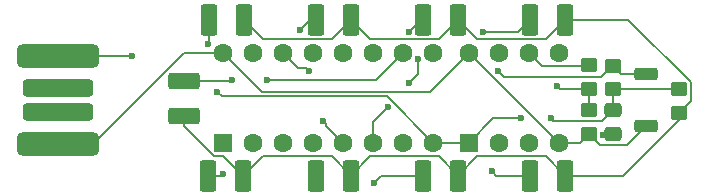
<source format=gbr>
%TF.GenerationSoftware,KiCad,Pcbnew,9.0.6*%
%TF.CreationDate,2025-11-06T17:37:23+11:00*%
%TF.ProjectId,catch-the-led,63617463-682d-4746-9865-2d6c65642e6b,rev?*%
%TF.SameCoordinates,Original*%
%TF.FileFunction,Copper,L1,Top*%
%TF.FilePolarity,Positive*%
%FSLAX46Y46*%
G04 Gerber Fmt 4.6, Leading zero omitted, Abs format (unit mm)*
G04 Created by KiCad (PCBNEW 9.0.6) date 2025-11-06 17:37:23*
%MOMM*%
%LPD*%
G01*
G04 APERTURE LIST*
G04 Aperture macros list*
%AMRoundRect*
0 Rectangle with rounded corners*
0 $1 Rounding radius*
0 $2 $3 $4 $5 $6 $7 $8 $9 X,Y pos of 4 corners*
0 Add a 4 corners polygon primitive as box body*
4,1,4,$2,$3,$4,$5,$6,$7,$8,$9,$2,$3,0*
0 Add four circle primitives for the rounded corners*
1,1,$1+$1,$2,$3*
1,1,$1+$1,$4,$5*
1,1,$1+$1,$6,$7*
1,1,$1+$1,$8,$9*
0 Add four rect primitives between the rounded corners*
20,1,$1+$1,$2,$3,$4,$5,0*
20,1,$1+$1,$4,$5,$6,$7,0*
20,1,$1+$1,$6,$7,$8,$9,0*
20,1,$1+$1,$8,$9,$2,$3,0*%
G04 Aperture macros list end*
%TA.AperFunction,SMDPad,CuDef*%
%ADD10RoundRect,0.250001X0.462499X1.074999X-0.462499X1.074999X-0.462499X-1.074999X0.462499X-1.074999X0*%
%TD*%
%TA.AperFunction,SMDPad,CuDef*%
%ADD11RoundRect,0.250001X1.074999X-0.462499X1.074999X0.462499X-1.074999X0.462499X-1.074999X-0.462499X0*%
%TD*%
%TA.AperFunction,SMDPad,CuDef*%
%ADD12RoundRect,0.250000X0.750000X-0.275000X0.750000X0.275000X-0.750000X0.275000X-0.750000X-0.275000X0*%
%TD*%
%TA.AperFunction,ComponentPad*%
%ADD13RoundRect,0.250000X0.550000X-0.550000X0.550000X0.550000X-0.550000X0.550000X-0.550000X-0.550000X0*%
%TD*%
%TA.AperFunction,ComponentPad*%
%ADD14C,1.600000*%
%TD*%
%TA.AperFunction,SMDPad,CuDef*%
%ADD15RoundRect,0.250000X0.450000X-0.350000X0.450000X0.350000X-0.450000X0.350000X-0.450000X-0.350000X0*%
%TD*%
%TA.AperFunction,SMDPad,CuDef*%
%ADD16RoundRect,0.250000X-0.450000X0.350000X-0.450000X-0.350000X0.450000X-0.350000X0.450000X0.350000X0*%
%TD*%
%TA.AperFunction,SMDPad,CuDef*%
%ADD17RoundRect,0.250000X0.475000X-0.337500X0.475000X0.337500X-0.475000X0.337500X-0.475000X-0.337500X0*%
%TD*%
%TA.AperFunction,SMDPad,CuDef*%
%ADD18RoundRect,0.500000X-3.000000X-0.500000X3.000000X-0.500000X3.000000X0.500000X-3.000000X0.500000X0*%
%TD*%
%TA.AperFunction,SMDPad,CuDef*%
%ADD19RoundRect,0.375000X-2.625000X-0.375000X2.625000X-0.375000X2.625000X0.375000X-2.625000X0.375000X0*%
%TD*%
%TA.AperFunction,ViaPad*%
%ADD20C,0.600000*%
%TD*%
%TA.AperFunction,Conductor*%
%ADD21C,0.200000*%
%TD*%
G04 APERTURE END LIST*
D10*
%TO.P,D1,1,K*%
%TO.N,Net-(D1-K)*%
X162348500Y-106078500D03*
%TO.P,D1,2,A*%
%TO.N,Net-(D1-A)*%
X159373500Y-106078500D03*
%TD*%
%TO.P,D3,1,K*%
%TO.N,Net-(D1-K)*%
X144220500Y-106078500D03*
%TO.P,D3,2,A*%
%TO.N,Net-(D3-A)*%
X141245500Y-106078500D03*
%TD*%
D11*
%TO.P,D5,1,K*%
%TO.N,Net-(D1-K)*%
X130090500Y-100998500D03*
%TO.P,D5,2,A*%
%TO.N,Net-(D5-A)*%
X130090500Y-98023500D03*
%TD*%
D12*
%TO.P,SW1,1,1*%
%TO.N,Net-(U1-R)*%
X169206500Y-101892500D03*
%TO.P,SW1,2,2*%
%TO.N,Net-(U2-CKEN)*%
X169206500Y-97442500D03*
%TD*%
D10*
%TO.P,D9,1,K*%
%TO.N,Net-(D1-K)*%
X162348500Y-92870500D03*
%TO.P,D9,2,A*%
%TO.N,Net-(D9-A)*%
X159373500Y-92870500D03*
%TD*%
D13*
%TO.P,U2,1,Q5*%
%TO.N,Net-(D6-A)*%
X133392500Y-103279500D03*
D14*
%TO.P,U2,2,Q1*%
%TO.N,Net-(D2-A)*%
X135932500Y-103279500D03*
%TO.P,U2,3,Q0*%
%TO.N,Net-(D1-A)*%
X138472500Y-103279500D03*
%TO.P,U2,4,Q2*%
%TO.N,Net-(D3-A)*%
X141012500Y-103279500D03*
%TO.P,U2,5,Q6*%
%TO.N,Net-(D7-A)*%
X143552500Y-103279500D03*
%TO.P,U2,6,Q7*%
%TO.N,Net-(D8-A)*%
X146092500Y-103279500D03*
%TO.P,U2,7,Q3*%
%TO.N,Net-(D4-A)*%
X148632500Y-103279500D03*
%TO.P,U2,8,VSS*%
%TO.N,Net-(U1-GND)*%
X151172500Y-103279500D03*
%TO.P,U2,9,Q8*%
%TO.N,Net-(D9-A)*%
X151172500Y-95659500D03*
%TO.P,U2,10,Q4*%
%TO.N,Net-(D5-A)*%
X148632500Y-95659500D03*
%TO.P,U2,11,Q9*%
%TO.N,Net-(U2-Q9)*%
X146092500Y-95659500D03*
%TO.P,U2,12,Cout*%
%TO.N,unconnected-(U2-Cout-Pad12)*%
X143552500Y-95659500D03*
%TO.P,U2,13,CKEN*%
%TO.N,Net-(U2-CKEN)*%
X141012500Y-95659500D03*
%TO.P,U2,14,CLK*%
%TO.N,Net-(U1-Q)*%
X138472500Y-95659500D03*
%TO.P,U2,15,Reset*%
%TO.N,Net-(U2-Q9)*%
X135932500Y-95659500D03*
%TO.P,U2,16,VDD*%
%TO.N,Net-(U1-R)*%
X133392500Y-95659500D03*
%TD*%
D15*
%TO.P,R2,1*%
%TO.N,Net-(U1-DIS)*%
X164380500Y-98712500D03*
%TO.P,R2,2*%
%TO.N,Net-(U1-THR)*%
X164380500Y-96712500D03*
%TD*%
D10*
%TO.P,D4,1,K*%
%TO.N,Net-(D1-K)*%
X135134000Y-106078500D03*
%TO.P,D4,2,A*%
%TO.N,Net-(D4-A)*%
X132159000Y-106078500D03*
%TD*%
D16*
%TO.P,R3,1*%
%TO.N,Net-(U2-CKEN)*%
X166412500Y-96755500D03*
%TO.P,R3,2*%
%TO.N,Net-(U1-GND)*%
X166412500Y-98755500D03*
%TD*%
D10*
%TO.P,D6,1,K*%
%TO.N,Net-(D1-K)*%
X135170500Y-92870500D03*
%TO.P,D6,2,A*%
%TO.N,Net-(D6-A)*%
X132195500Y-92870500D03*
%TD*%
D15*
%TO.P,R1,1*%
%TO.N,Net-(U1-R)*%
X164380500Y-102522500D03*
%TO.P,R1,2*%
%TO.N,Net-(U1-DIS)*%
X164380500Y-100522500D03*
%TD*%
D10*
%TO.P,D8,1,K*%
%TO.N,Net-(D1-K)*%
X153289167Y-92870500D03*
%TO.P,D8,2,A*%
%TO.N,Net-(D8-A)*%
X150314167Y-92870500D03*
%TD*%
D13*
%TO.P,U1,1,GND*%
%TO.N,Net-(U1-GND)*%
X154220500Y-103279500D03*
D14*
%TO.P,U1,2,TR*%
%TO.N,Net-(U1-THR)*%
X156760500Y-103279500D03*
%TO.P,U1,3,Q*%
%TO.N,Net-(U1-Q)*%
X159300500Y-103279500D03*
%TO.P,U1,4,R*%
%TO.N,Net-(U1-R)*%
X161840500Y-103279500D03*
%TO.P,U1,5,CV*%
%TO.N,unconnected-(U1-CV-Pad5)*%
X161840500Y-95659500D03*
%TO.P,U1,6,THR*%
%TO.N,Net-(U1-THR)*%
X159300500Y-95659500D03*
%TO.P,U1,7,DIS*%
%TO.N,Net-(U1-DIS)*%
X156760500Y-95659500D03*
%TO.P,U1,8,VCC*%
%TO.N,Net-(U1-R)*%
X154220500Y-95659500D03*
%TD*%
D10*
%TO.P,D2,1,K*%
%TO.N,Net-(D1-K)*%
X153307000Y-106078500D03*
%TO.P,D2,2,A*%
%TO.N,Net-(D2-A)*%
X150332000Y-106078500D03*
%TD*%
D17*
%TO.P,C1,1*%
%TO.N,Net-(U1-THR)*%
X166412500Y-102565500D03*
%TO.P,C1,2*%
%TO.N,Net-(U1-GND)*%
X166412500Y-100490500D03*
%TD*%
D15*
%TO.P,R4,1*%
%TO.N,Net-(D1-K)*%
X172000500Y-100744500D03*
%TO.P,R4,2*%
%TO.N,Net-(U1-GND)*%
X172000500Y-98744500D03*
%TD*%
D10*
%TO.P,D7,1,K*%
%TO.N,Net-(D1-K)*%
X144229833Y-92870500D03*
%TO.P,D7,2,A*%
%TO.N,Net-(D7-A)*%
X141254833Y-92870500D03*
%TD*%
D18*
%TO.P,U3,1,VCC*%
%TO.N,Net-(U1-R)*%
X119454000Y-103426500D03*
D19*
%TO.P,U3,2,D+*%
%TO.N,unconnected-(U3-D+-Pad2)*%
X119454000Y-100676500D03*
%TO.P,U3,3,D-*%
%TO.N,unconnected-(U3-D--Pad3)*%
X119454000Y-98676500D03*
D18*
%TO.P,U3,4,GND*%
%TO.N,Net-(U1-GND)*%
X119454000Y-95926500D03*
%TD*%
D20*
%TO.N,Net-(U1-GND)*%
X161160500Y-101220500D03*
X125660500Y-95970500D03*
X158660500Y-101220500D03*
X132910500Y-98970500D03*
%TO.N,Net-(U1-THR)*%
X165580500Y-102633403D03*
%TO.N,Net-(D1-A)*%
X156160500Y-105720500D03*
%TO.N,Net-(D2-A)*%
X146160500Y-106720500D03*
%TO.N,Net-(D3-A)*%
X141160500Y-105052500D03*
%TO.N,Net-(D4-A)*%
X133410500Y-105970500D03*
%TO.N,Net-(D5-A)*%
X134160500Y-97970500D03*
X137160500Y-97970500D03*
%TO.N,Net-(D6-A)*%
X132160500Y-94970500D03*
%TO.N,Net-(D7-A)*%
X141910500Y-101470500D03*
X139910500Y-93720500D03*
%TO.N,Net-(D8-A)*%
X147337735Y-100293265D03*
X149160500Y-93896500D03*
X149160500Y-98220500D03*
X149910500Y-96220500D03*
%TO.N,Net-(D9-A)*%
X155410500Y-93896500D03*
%TO.N,Net-(U1-DIS)*%
X161660500Y-98470500D03*
%TO.N,Net-(U2-CKEN)*%
X156660500Y-97220500D03*
%TO.N,Net-(U1-Q)*%
X140660500Y-97220500D03*
%TD*%
D21*
%TO.N,Net-(U1-GND)*%
X119454000Y-95926500D02*
X125616500Y-95926500D01*
X133311500Y-99371500D02*
X147264500Y-99371500D01*
X171989500Y-98755500D02*
X172000500Y-98744500D01*
X151172500Y-103279500D02*
X154220500Y-103279500D01*
X156279500Y-101220500D02*
X158660500Y-101220500D01*
X166412500Y-100490500D02*
X166412500Y-98755500D01*
X166412500Y-98755500D02*
X171989500Y-98755500D01*
X154220500Y-103279500D02*
X156279500Y-101220500D01*
X125616500Y-95926500D02*
X125660500Y-95970500D01*
X161363500Y-101423500D02*
X165479500Y-101423500D01*
X165479500Y-101423500D02*
X166412500Y-100490500D01*
X132910500Y-98970500D02*
X133311500Y-99371500D01*
X147264500Y-99371500D02*
X151172500Y-103279500D01*
X161160500Y-101220500D02*
X161363500Y-101423500D01*
%TO.N,Net-(U1-THR)*%
X165648403Y-102565500D02*
X165580500Y-102633403D01*
X159300500Y-95659500D02*
X160401500Y-96760500D01*
X166412500Y-102565500D02*
X165648403Y-102565500D01*
X164332500Y-96760500D02*
X164380500Y-96712500D01*
X160401500Y-96760500D02*
X164332500Y-96760500D01*
%TO.N,Net-(D1-K)*%
X162348500Y-106078500D02*
X160722500Y-104452500D01*
X136760000Y-104452500D02*
X135134000Y-106078500D01*
X154915167Y-94496500D02*
X153289167Y-92870500D01*
X151663167Y-94496500D02*
X145855833Y-94496500D01*
X133436000Y-104380500D02*
X132607340Y-104380500D01*
X136796500Y-94496500D02*
X135170500Y-92870500D01*
X142603833Y-94496500D02*
X136796500Y-94496500D01*
X173001500Y-98159340D02*
X167712660Y-92870500D01*
X144229833Y-92870500D02*
X142603833Y-94496500D01*
X167266500Y-106078500D02*
X162348500Y-106078500D01*
X172000500Y-101344500D02*
X167266500Y-106078500D01*
X135134000Y-106078500D02*
X133436000Y-104380500D01*
X132607340Y-104380500D02*
X130090500Y-101863660D01*
X160722500Y-94496500D02*
X154915167Y-94496500D01*
X153307000Y-106078500D02*
X151681000Y-104452500D01*
X173001500Y-99743500D02*
X173001500Y-98159340D01*
X145846500Y-104452500D02*
X144220500Y-106078500D01*
X172000500Y-100744500D02*
X172000500Y-101344500D01*
X172000500Y-100744500D02*
X173001500Y-99743500D01*
X145855833Y-94496500D02*
X144229833Y-92870500D01*
X144220500Y-106078500D02*
X142594500Y-104452500D01*
X167712660Y-92870500D02*
X162348500Y-92870500D01*
X160722500Y-104452500D02*
X154933000Y-104452500D01*
X142594500Y-104452500D02*
X136760000Y-104452500D01*
X154933000Y-104452500D02*
X153307000Y-106078500D01*
X153289167Y-92870500D02*
X151663167Y-94496500D01*
X151681000Y-104452500D02*
X145846500Y-104452500D01*
X130090500Y-101863660D02*
X130090500Y-100998500D01*
X162348500Y-92870500D02*
X160722500Y-94496500D01*
%TO.N,Net-(D1-A)*%
X159373500Y-106078500D02*
X156518500Y-106078500D01*
X156518500Y-106078500D02*
X156160500Y-105720500D01*
%TO.N,Net-(D2-A)*%
X150332000Y-106078500D02*
X146802500Y-106078500D01*
X146802500Y-106078500D02*
X146160500Y-106720500D01*
%TO.N,Net-(D3-A)*%
X141245500Y-106078500D02*
X141245500Y-105137500D01*
X141245500Y-105137500D02*
X141160500Y-105052500D01*
%TO.N,Net-(D4-A)*%
X133302500Y-106078500D02*
X133410500Y-105970500D01*
X132159000Y-106078500D02*
X133302500Y-106078500D01*
%TO.N,Net-(D5-A)*%
X130090500Y-98023500D02*
X134107500Y-98023500D01*
X137160500Y-97970500D02*
X146321500Y-97970500D01*
X146321500Y-97970500D02*
X148632500Y-95659500D01*
X134107500Y-98023500D02*
X134160500Y-97970500D01*
%TO.N,Net-(D6-A)*%
X132195500Y-92870500D02*
X132195500Y-94935500D01*
X132195500Y-94935500D02*
X132160500Y-94970500D01*
%TO.N,Net-(D7-A)*%
X141910500Y-101470500D02*
X142160500Y-101720500D01*
X141254833Y-92870500D02*
X140760500Y-92870500D01*
X140760500Y-92870500D02*
X139910500Y-93720500D01*
X142160500Y-101720500D02*
X142160500Y-101887500D01*
X142160500Y-101887500D02*
X143552500Y-103279500D01*
%TO.N,Net-(D8-A)*%
X149910500Y-96220500D02*
X149910500Y-97470500D01*
X150186500Y-92870500D02*
X149160500Y-93896500D01*
X147337735Y-100293265D02*
X146092500Y-101538500D01*
X149910500Y-97470500D02*
X149160500Y-98220500D01*
X146092500Y-101538500D02*
X146092500Y-103279500D01*
X150314167Y-92870500D02*
X150186500Y-92870500D01*
%TO.N,Net-(D9-A)*%
X159373500Y-92870500D02*
X158347500Y-93896500D01*
X158347500Y-93896500D02*
X155410500Y-93896500D01*
%TO.N,Net-(U1-R)*%
X165312000Y-103454000D02*
X167645000Y-103454000D01*
X119454000Y-103426500D02*
X122363840Y-103426500D01*
X161840500Y-103279500D02*
X163623500Y-103279500D01*
X150909500Y-98970500D02*
X154220500Y-95659500D01*
X164380500Y-102522500D02*
X165312000Y-103454000D01*
X136703500Y-98970500D02*
X150909500Y-98970500D01*
X163623500Y-103279500D02*
X164380500Y-102522500D01*
X122363840Y-103426500D02*
X130130840Y-95659500D01*
X154220500Y-95659500D02*
X161840500Y-103279500D01*
X167645000Y-103454000D02*
X169206500Y-101892500D01*
X133392500Y-95659500D02*
X136703500Y-98970500D01*
X130130840Y-95659500D02*
X133392500Y-95659500D01*
%TO.N,Net-(U1-DIS)*%
X164380500Y-98712500D02*
X161902500Y-98712500D01*
X164380500Y-100522500D02*
X164380500Y-98712500D01*
X161902500Y-98712500D02*
X161660500Y-98470500D01*
%TO.N,Net-(U2-CKEN)*%
X166412500Y-96755500D02*
X165447500Y-97720500D01*
X165447500Y-97720500D02*
X157160500Y-97720500D01*
X167099500Y-97442500D02*
X166412500Y-96755500D01*
X157160500Y-97720500D02*
X156660500Y-97220500D01*
X169206500Y-97442500D02*
X167099500Y-97442500D01*
%TO.N,Net-(U1-Q)*%
X140410500Y-96970500D02*
X139783500Y-96970500D01*
X139783500Y-96970500D02*
X138472500Y-95659500D01*
X140660500Y-97220500D02*
X140410500Y-96970500D01*
%TD*%
M02*

</source>
